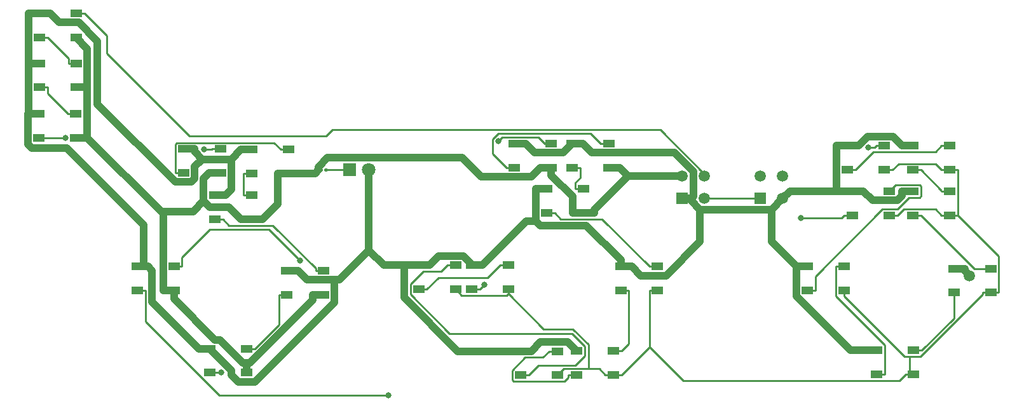
<source format=gbr>
%TF.GenerationSoftware,KiCad,Pcbnew,(5.1.6)-1*%
%TF.CreationDate,2020-11-25T09:57:01+11:00*%
%TF.ProjectId,ELEC Panel Panel PCB V1,454c4543-2050-4616-9e65-6c2050616e65,rev?*%
%TF.SameCoordinates,Original*%
%TF.FileFunction,Copper,L1,Top*%
%TF.FilePolarity,Positive*%
%FSLAX46Y46*%
G04 Gerber Fmt 4.6, Leading zero omitted, Abs format (unit mm)*
G04 Created by KiCad (PCBNEW (5.1.6)-1) date 2020-11-25 09:57:01*
%MOMM*%
%LPD*%
G01*
G04 APERTURE LIST*
%TA.AperFunction,ComponentPad*%
%ADD10C,1.520000*%
%TD*%
%TA.AperFunction,ComponentPad*%
%ADD11R,1.520000X1.520000*%
%TD*%
%TA.AperFunction,SMDPad,CuDef*%
%ADD12R,1.500000X1.000000*%
%TD*%
%TA.AperFunction,ComponentPad*%
%ADD13C,1.800000*%
%TD*%
%TA.AperFunction,ComponentPad*%
%ADD14R,1.800000X1.800000*%
%TD*%
%TA.AperFunction,ViaPad*%
%ADD15C,1.500000*%
%TD*%
%TA.AperFunction,ViaPad*%
%ADD16C,0.800000*%
%TD*%
%TA.AperFunction,Conductor*%
%ADD17C,1.000000*%
%TD*%
%TA.AperFunction,Conductor*%
%ADD18C,0.400600*%
%TD*%
%TA.AperFunction,Conductor*%
%ADD19C,0.250000*%
%TD*%
G04 APERTURE END LIST*
%TO.P,R1,2*%
%TO.N,/LEDGND*%
%TA.AperFunction,SMDPad,CuDef*%
G36*
G01*
X70125800Y-120194000D02*
X70125800Y-120394000D01*
G75*
G02*
X70025800Y-120494000I-100000J0D01*
G01*
X69765800Y-120494000D01*
G75*
G02*
X69665800Y-120394000I0J100000D01*
G01*
X69665800Y-120194000D01*
G75*
G02*
X69765800Y-120094000I100000J0D01*
G01*
X70025800Y-120094000D01*
G75*
G02*
X70125800Y-120194000I0J-100000D01*
G01*
G37*
%TD.AperFunction*%
%TO.P,R1,1*%
%TO.N,Net-(D1-Pad1)*%
%TA.AperFunction,SMDPad,CuDef*%
G36*
G01*
X70765800Y-120194000D02*
X70765800Y-120394000D01*
G75*
G02*
X70665800Y-120494000I-100000J0D01*
G01*
X70405800Y-120494000D01*
G75*
G02*
X70305800Y-120394000I0J100000D01*
G01*
X70305800Y-120194000D01*
G75*
G02*
X70405800Y-120094000I100000J0D01*
G01*
X70665800Y-120094000D01*
G75*
G02*
X70765800Y-120194000I0J-100000D01*
G01*
G37*
%TD.AperFunction*%
%TD*%
D10*
%TO.P,J2,4*%
%TO.N,/LEDGND*%
X131368999Y-121107001D03*
%TO.P,J2,3*%
%TO.N,/DATAOUT*%
X128369000Y-121107001D03*
%TO.P,J2,2*%
%TO.N,/LED+5V*%
X131368999Y-124107000D03*
D11*
%TO.P,J2,1*%
%TO.N,/DATALOOP*%
X128369000Y-124107000D03*
%TD*%
D10*
%TO.P,J1,4*%
%TO.N,/DATAIN*%
X120954999Y-121107001D03*
%TO.P,J1,3*%
%TO.N,/LEDGND*%
X117955000Y-121107001D03*
%TO.P,J1,2*%
%TO.N,/DATALOOP*%
X120954999Y-124107000D03*
D11*
%TO.P,J1,1*%
%TO.N,/LED+5V*%
X117955000Y-124107000D03*
%TD*%
D12*
%TO.P,D25,1*%
%TO.N,/LED+5V*%
X140667000Y-123165000D03*
%TO.P,D25,2*%
%TO.N,/DATAOUT*%
X140667000Y-126365000D03*
%TO.P,D25,4*%
%TO.N,Net-(D24-Pad2)*%
X145567000Y-123165000D03*
%TO.P,D25,3*%
%TO.N,Net-(D14-Pad3)*%
X145567000Y-126365000D03*
%TD*%
%TO.P,D24,1*%
%TO.N,/LED+5V*%
X134622000Y-133147000D03*
%TO.P,D24,2*%
%TO.N,Net-(D24-Pad2)*%
X134622000Y-136347000D03*
%TO.P,D24,4*%
%TO.N,Net-(D23-Pad2)*%
X139522000Y-133147000D03*
%TO.P,D24,3*%
%TO.N,Net-(D14-Pad3)*%
X139522000Y-136347000D03*
%TD*%
%TO.P,D23,1*%
%TO.N,/LED+5V*%
X143905000Y-144348000D03*
%TO.P,D23,2*%
%TO.N,Net-(D23-Pad2)*%
X143905000Y-147548000D03*
%TO.P,D23,4*%
%TO.N,Net-(D22-Pad2)*%
X148805000Y-144348000D03*
%TO.P,D23,3*%
%TO.N,Net-(D14-Pad3)*%
X148805000Y-147548000D03*
%TD*%
%TO.P,D22,1*%
%TO.N,/LED+5V*%
X154180000Y-133452000D03*
%TO.P,D22,2*%
%TO.N,Net-(D22-Pad2)*%
X154180000Y-136652000D03*
%TO.P,D22,4*%
%TO.N,Net-(D21-Pad2)*%
X159080000Y-133452000D03*
%TO.P,D22,3*%
%TO.N,Net-(D14-Pad3)*%
X159080000Y-136652000D03*
%TD*%
%TO.P,D21,1*%
%TO.N,/LED+5V*%
X148717000Y-123139000D03*
%TO.P,D21,2*%
%TO.N,Net-(D21-Pad2)*%
X148717000Y-126339000D03*
%TO.P,D21,4*%
%TO.N,Net-(D20-Pad2)*%
X153617000Y-123139000D03*
%TO.P,D21,3*%
%TO.N,Net-(D14-Pad3)*%
X153617000Y-126339000D03*
%TD*%
%TO.P,D20,1*%
%TO.N,/LED+5V*%
X148705000Y-117094000D03*
%TO.P,D20,2*%
%TO.N,Net-(D20-Pad2)*%
X148705000Y-120294000D03*
%TO.P,D20,4*%
%TO.N,Net-(D19-Pad2)*%
X153605000Y-117094000D03*
%TO.P,D20,3*%
%TO.N,Net-(D14-Pad3)*%
X153605000Y-120294000D03*
%TD*%
%TO.P,D19,1*%
%TO.N,/LED+5V*%
X140005000Y-117094000D03*
%TO.P,D19,2*%
%TO.N,Net-(D19-Pad2)*%
X140005000Y-120294000D03*
%TO.P,D19,4*%
%TO.N,Net-(D18-Pad2)*%
X144905000Y-117094000D03*
%TO.P,D19,3*%
%TO.N,Net-(D14-Pad3)*%
X144905000Y-120294000D03*
%TD*%
%TO.P,D18,1*%
%TO.N,/LED+5V*%
X89918200Y-132969000D03*
%TO.P,D18,2*%
%TO.N,Net-(D18-Pad2)*%
X89918200Y-136169000D03*
%TO.P,D18,4*%
%TO.N,Net-(D17-Pad2)*%
X94818200Y-132969000D03*
%TO.P,D18,3*%
%TO.N,Net-(D14-Pad3)*%
X94818200Y-136169000D03*
%TD*%
%TO.P,D17,1*%
%TO.N,/LED+5V*%
X82880200Y-132994000D03*
%TO.P,D17,2*%
%TO.N,Net-(D17-Pad2)*%
X82880200Y-136194000D03*
%TO.P,D17,4*%
%TO.N,Net-(D16-Pad2)*%
X87780200Y-132994000D03*
%TO.P,D17,3*%
%TO.N,Net-(D14-Pad3)*%
X87780200Y-136194000D03*
%TD*%
%TO.P,D16,1*%
%TO.N,/LED+5V*%
X96443800Y-144450000D03*
%TO.P,D16,2*%
%TO.N,Net-(D16-Pad2)*%
X96443800Y-147650000D03*
%TO.P,D16,4*%
%TO.N,Net-(D15-Pad2)*%
X101343800Y-144450000D03*
%TO.P,D16,3*%
%TO.N,Net-(D14-Pad3)*%
X101343800Y-147650000D03*
%TD*%
%TO.P,D15,1*%
%TO.N,/LED+5V*%
X103914000Y-144424000D03*
%TO.P,D15,2*%
%TO.N,Net-(D15-Pad2)*%
X103914000Y-147624000D03*
%TO.P,D15,4*%
%TO.N,Net-(D14-Pad2)*%
X108814000Y-144424000D03*
%TO.P,D15,3*%
%TO.N,Net-(D14-Pad3)*%
X108814000Y-147624000D03*
%TD*%
%TO.P,D14,1*%
%TO.N,/LED+5V*%
X109793000Y-133172000D03*
%TO.P,D14,2*%
%TO.N,Net-(D14-Pad2)*%
X109793000Y-136372000D03*
%TO.P,D14,4*%
%TO.N,/DATAOUT1*%
X114693000Y-133172000D03*
%TO.P,D14,3*%
%TO.N,Net-(D14-Pad3)*%
X114693000Y-136372000D03*
%TD*%
%TO.P,D13,1*%
%TO.N,/LED+5V*%
X99926000Y-122809000D03*
%TO.P,D13,2*%
%TO.N,/DATAOUT1*%
X99926000Y-126009000D03*
%TO.P,D13,4*%
%TO.N,Net-(D12-Pad2)*%
X104826000Y-122809000D03*
%TO.P,D13,3*%
%TO.N,/LEDGND*%
X104826000Y-126009000D03*
%TD*%
%TO.P,D12,1*%
%TO.N,/LED+5V*%
X103304000Y-116789000D03*
%TO.P,D12,2*%
%TO.N,Net-(D12-Pad2)*%
X103304000Y-119989000D03*
%TO.P,D12,4*%
%TO.N,Net-(D11-Pad2)*%
X108204000Y-116789000D03*
%TO.P,D12,3*%
%TO.N,/LEDGND*%
X108204000Y-119989000D03*
%TD*%
%TO.P,D11,1*%
%TO.N,/LED+5V*%
X95644800Y-116789000D03*
%TO.P,D11,2*%
%TO.N,Net-(D11-Pad2)*%
X95644800Y-119989000D03*
%TO.P,D11,4*%
%TO.N,Net-(D10-Pad2)*%
X100544800Y-116789000D03*
%TO.P,D11,3*%
%TO.N,/LEDGND*%
X100544800Y-119989000D03*
%TD*%
%TO.P,D10,1*%
%TO.N,/LED+5V*%
X45392000Y-133172000D03*
%TO.P,D10,2*%
%TO.N,Net-(D10-Pad2)*%
X45392000Y-136372000D03*
%TO.P,D10,4*%
%TO.N,Net-(D10-Pad4)*%
X50292000Y-133172000D03*
%TO.P,D10,3*%
%TO.N,/LEDGND*%
X50292000Y-136372000D03*
%TD*%
%TO.P,D9,1*%
%TO.N,/LED+5V*%
X55069400Y-144120000D03*
%TO.P,D9,2*%
%TO.N,Net-(D10-Pad4)*%
X55069400Y-147320000D03*
%TO.P,D9,4*%
%TO.N,Net-(D8-Pad2)*%
X59969400Y-144120000D03*
%TO.P,D9,3*%
%TO.N,/LEDGND*%
X59969400Y-147320000D03*
%TD*%
%TO.P,D8,1*%
%TO.N,/LED+5V*%
X65331000Y-133731000D03*
%TO.P,D8,2*%
%TO.N,Net-(D8-Pad2)*%
X65331000Y-136931000D03*
%TO.P,D8,4*%
%TO.N,Net-(D7-Pad2)*%
X70231000Y-133731000D03*
%TO.P,D8,3*%
%TO.N,/LEDGND*%
X70231000Y-136931000D03*
%TD*%
%TO.P,D7,1*%
%TO.N,/LED+5V*%
X55716000Y-123698000D03*
%TO.P,D7,2*%
%TO.N,Net-(D7-Pad2)*%
X55716000Y-126898000D03*
%TO.P,D7,4*%
%TO.N,Net-(D6-Pad2)*%
X60616000Y-123698000D03*
%TO.P,D7,3*%
%TO.N,/LEDGND*%
X60616000Y-126898000D03*
%TD*%
%TO.P,D6,1*%
%TO.N,/LED+5V*%
X60680600Y-117551000D03*
%TO.P,D6,2*%
%TO.N,Net-(D6-Pad2)*%
X60680600Y-120751000D03*
%TO.P,D6,4*%
%TO.N,Net-(D5-Pad2)*%
X65580600Y-117551000D03*
%TO.P,D6,3*%
%TO.N,/LEDGND*%
X65580600Y-120751000D03*
%TD*%
%TO.P,D5,1*%
%TO.N,/LED+5V*%
X51550400Y-117501000D03*
%TO.P,D5,2*%
%TO.N,Net-(D5-Pad2)*%
X51550400Y-120701000D03*
%TO.P,D5,4*%
%TO.N,Net-(D4-Pad2)*%
X56450400Y-117501000D03*
%TO.P,D5,3*%
%TO.N,/LEDGND*%
X56450400Y-120701000D03*
%TD*%
%TO.P,D4,1*%
%TO.N,/LED+5V*%
X32311000Y-112802000D03*
%TO.P,D4,2*%
%TO.N,Net-(D4-Pad2)*%
X32311000Y-116002000D03*
%TO.P,D4,4*%
%TO.N,Net-(D3-Pad2)*%
X37211000Y-112802000D03*
%TO.P,D4,3*%
%TO.N,/LEDGND*%
X37211000Y-116002000D03*
%TD*%
%TO.P,D3,1*%
%TO.N,/LED+5V*%
X32398800Y-106096000D03*
%TO.P,D3,2*%
%TO.N,Net-(D3-Pad2)*%
X32398800Y-109296000D03*
%TO.P,D3,4*%
%TO.N,Net-(D2-Pad2)*%
X37298800Y-106096000D03*
%TO.P,D3,3*%
%TO.N,/LEDGND*%
X37298800Y-109296000D03*
%TD*%
%TO.P,D2,1*%
%TO.N,/LED+5V*%
X32373400Y-99467000D03*
%TO.P,D2,2*%
%TO.N,Net-(D2-Pad2)*%
X32373400Y-102667000D03*
%TO.P,D2,4*%
%TO.N,/DATAIN*%
X37273400Y-99467000D03*
%TO.P,D2,3*%
%TO.N,/LEDGND*%
X37273400Y-102667000D03*
%TD*%
D13*
%TO.P,D1,2*%
%TO.N,/LED+5V*%
X76225400Y-120294000D03*
D14*
%TO.P,D1,1*%
%TO.N,Net-(D1-Pad1)*%
X73685400Y-120294000D03*
%TD*%
D15*
%TO.N,/LED+5V*%
X156233600Y-134369900D03*
D16*
%TO.N,Net-(D4-Pad2)*%
X54276000Y-117566800D03*
X35845400Y-116002000D03*
%TO.N,Net-(D10-Pad4)*%
X67064900Y-132371000D03*
X56593400Y-147320000D03*
%TO.N,Net-(D10-Pad2)*%
X93469800Y-116482300D03*
X78862900Y-150326600D03*
%TO.N,Net-(D18-Pad2)*%
X142785000Y-117332100D03*
X91627800Y-135557500D03*
%TO.N,/DATAOUT*%
X133761100Y-126706800D03*
%TD*%
D17*
%TO.N,/LEDGND*%
X59969400Y-146020600D02*
X59496600Y-146020600D01*
X59496600Y-146020600D02*
X56395600Y-142919600D01*
X56395600Y-142919600D02*
X55754600Y-142919600D01*
X55754600Y-142919600D02*
X50292000Y-137457000D01*
X50292000Y-137457000D02*
X50292000Y-136372000D01*
X68780700Y-136931000D02*
X68780700Y-137615400D01*
X68780700Y-137615400D02*
X60375500Y-146020600D01*
X60375500Y-146020600D02*
X59969400Y-146020600D01*
X59969400Y-146020600D02*
X59969400Y-147320000D01*
X70231000Y-136931000D02*
X68780700Y-136931000D01*
X38749100Y-116002000D02*
X48580400Y-125833300D01*
X48580400Y-125833300D02*
X48841700Y-125833300D01*
X48841700Y-125833300D02*
X52850100Y-125833300D01*
X52850100Y-125833300D02*
X54222200Y-124461200D01*
X48841700Y-125833300D02*
X48841700Y-136372000D01*
X50292000Y-136372000D02*
X48841700Y-136372000D01*
X37273400Y-102667000D02*
X38749100Y-104142700D01*
X38749100Y-104142700D02*
X38749100Y-109296000D01*
X38749100Y-116002000D02*
X38661300Y-116002000D01*
X38749100Y-116002000D02*
X38749100Y-109296000D01*
X37298800Y-109296000D02*
X38749100Y-109296000D01*
X104826000Y-126009000D02*
X106276300Y-126009000D01*
X110772300Y-121107000D02*
X109654300Y-119989000D01*
X117955000Y-121107000D02*
X110772300Y-121107000D01*
X110772300Y-121107000D02*
X106276300Y-125603000D01*
X106276300Y-125603000D02*
X106276300Y-126009000D01*
X104826000Y-126009000D02*
X103375700Y-126009000D01*
X103375700Y-126009000D02*
X103375700Y-123833500D01*
X103375700Y-123833500D02*
X100544800Y-121002600D01*
X100544800Y-121002600D02*
X100544800Y-119989000D01*
X108204000Y-119989000D02*
X109654300Y-119989000D01*
X69534800Y-120294000D02*
X69534800Y-119895800D01*
X69534800Y-119895800D02*
X70757600Y-118673000D01*
X70757600Y-118673000D02*
X88684600Y-118673000D01*
X88684600Y-118673000D02*
X91200900Y-121189300D01*
X91200900Y-121189300D02*
X97894200Y-121189300D01*
X97894200Y-121189300D02*
X99094500Y-119989000D01*
X65580600Y-120751000D02*
X69077800Y-120751000D01*
X69077800Y-120751000D02*
X69534800Y-120294000D01*
X100544800Y-119989000D02*
X99094500Y-119989000D01*
D18*
X69534800Y-120294000D02*
X69895800Y-120294000D01*
D17*
X54222200Y-124461200D02*
X54222200Y-121478900D01*
X54222200Y-121478900D02*
X55000100Y-120701000D01*
X59165700Y-126898000D02*
X57564400Y-125296700D01*
X57564400Y-125296700D02*
X55057700Y-125296700D01*
X55057700Y-125296700D02*
X54222200Y-124461200D01*
X37211000Y-116002000D02*
X38661300Y-116002000D01*
X56450400Y-120701000D02*
X55000100Y-120701000D01*
X60616000Y-126898000D02*
X62066300Y-126898000D01*
X65580600Y-120751000D02*
X64130300Y-120751000D01*
X64130300Y-120751000D02*
X64130300Y-124834000D01*
X64130300Y-124834000D02*
X62066300Y-126898000D01*
X60616000Y-126898000D02*
X59165700Y-126898000D01*
%TO.N,/LED+5V*%
X109793000Y-133172000D02*
X111243300Y-133172000D01*
X111243300Y-133172000D02*
X112443600Y-134372300D01*
X112443600Y-134372300D02*
X115815200Y-134372300D01*
X115815200Y-134372300D02*
X120353200Y-129834300D01*
X120353200Y-129834300D02*
X120353200Y-125570600D01*
X109793000Y-133172000D02*
X109793000Y-132307400D01*
X109793000Y-132307400D02*
X105189800Y-127704200D01*
X105189800Y-127704200D02*
X99045400Y-127704200D01*
X99045400Y-127704200D02*
X98475700Y-127134500D01*
X120353200Y-125570600D02*
X129905400Y-125570600D01*
X119146900Y-124107000D02*
X119146900Y-124364300D01*
X119146900Y-124364300D02*
X120353200Y-125570600D01*
X129905400Y-125570600D02*
X131369000Y-124107000D01*
X133171700Y-133147000D02*
X129905400Y-129880700D01*
X129905400Y-129880700D02*
X129905400Y-125570600D01*
X104754300Y-116789000D02*
X105954600Y-117989300D01*
X105954600Y-117989300D02*
X116907900Y-117989300D01*
X116907900Y-117989300D02*
X119455000Y-120536400D01*
X119455000Y-120536400D02*
X119455000Y-123798900D01*
X119455000Y-123798900D02*
X119146900Y-124107000D01*
X97894100Y-144450000D02*
X99094400Y-143249700D01*
X99094400Y-143249700D02*
X102739700Y-143249700D01*
X102739700Y-143249700D02*
X103914000Y-144424000D01*
X55069400Y-144120000D02*
X57960000Y-147010600D01*
X57960000Y-147010600D02*
X57960000Y-147614400D01*
X57960000Y-147614400D02*
X58866000Y-148520400D01*
X58866000Y-148520400D02*
X61100000Y-148520400D01*
X61100000Y-148520400D02*
X71681400Y-137939000D01*
X71681400Y-137939000D02*
X71681400Y-134931300D01*
X55069400Y-144120000D02*
X54764100Y-144120000D01*
X71681400Y-134931300D02*
X67981600Y-134931300D01*
X67981600Y-134931300D02*
X66781300Y-133731000D01*
X76225400Y-130997300D02*
X72291400Y-134931300D01*
X72291400Y-134931300D02*
X71681400Y-134931300D01*
X76225400Y-130997300D02*
X76225400Y-120294000D01*
X80978500Y-132994000D02*
X78222100Y-132994000D01*
X78222100Y-132994000D02*
X76225400Y-130997300D01*
X65331000Y-133731000D02*
X66781300Y-133731000D01*
X156233600Y-134369900D02*
X155630300Y-133766600D01*
X155630300Y-133766600D02*
X155630300Y-133452000D01*
X154180000Y-133452000D02*
X155630300Y-133452000D01*
X142117300Y-123165000D02*
X143317700Y-124365400D01*
X143317700Y-124365400D02*
X146640400Y-124365400D01*
X146640400Y-124365400D02*
X147266700Y-123739100D01*
X147266700Y-123739100D02*
X147266700Y-123139000D01*
X143905000Y-144348000D02*
X140373900Y-144348000D01*
X140373900Y-144348000D02*
X133171700Y-137145800D01*
X133171700Y-137145800D02*
X133171700Y-133147000D01*
X96443800Y-144450000D02*
X97894100Y-144450000D01*
X80978500Y-132994000D02*
X80978500Y-137328800D01*
X80978500Y-137328800D02*
X88099700Y-144450000D01*
X88099700Y-144450000D02*
X96443800Y-144450000D01*
X147254700Y-117094000D02*
X146054400Y-115893700D01*
X146054400Y-115893700D02*
X142655600Y-115893700D01*
X142655600Y-115893700D02*
X141455300Y-117094000D01*
X98475700Y-127134500D02*
X97203000Y-127134500D01*
X97203000Y-127134500D02*
X91368500Y-132969000D01*
X98475700Y-127134500D02*
X98475700Y-122809000D01*
X89918200Y-132969000D02*
X91368500Y-132969000D01*
X82880200Y-132994000D02*
X84330500Y-132994000D01*
X84330500Y-132994000D02*
X85530800Y-131793700D01*
X85530800Y-131793700D02*
X88864800Y-131793700D01*
X88864800Y-131793700D02*
X89918200Y-132847100D01*
X89918200Y-132847100D02*
X89918200Y-132969000D01*
X80978500Y-132994000D02*
X82880200Y-132994000D01*
X99926000Y-122809000D02*
X98475700Y-122809000D01*
X54764100Y-144120000D02*
X54458700Y-144120000D01*
X95644800Y-116789000D02*
X97095100Y-116789000D01*
X97095100Y-116789000D02*
X98295400Y-117989300D01*
X98295400Y-117989300D02*
X102103700Y-117989300D01*
X102103700Y-117989300D02*
X103304000Y-116789000D01*
X103304000Y-116789000D02*
X104754300Y-116789000D01*
X118878500Y-124107000D02*
X119146900Y-124107000D01*
X54029000Y-118875800D02*
X57940800Y-118875800D01*
X53000700Y-117501000D02*
X53000700Y-117847500D01*
X53000700Y-117847500D02*
X54029000Y-118875800D01*
X54029000Y-118875800D02*
X53021800Y-119883000D01*
X53021800Y-119883000D02*
X53021800Y-121484000D01*
X53021800Y-121484000D02*
X52601800Y-121904000D01*
X52601800Y-121904000D02*
X50465500Y-121904000D01*
X50465500Y-121904000D02*
X40101100Y-111539600D01*
X40101100Y-111539600D02*
X40101100Y-103187400D01*
X40101100Y-103187400D02*
X37581000Y-100667300D01*
X37581000Y-100667300D02*
X35024000Y-100667300D01*
X35024000Y-100667300D02*
X33823700Y-99467000D01*
X32373400Y-99467000D02*
X33823700Y-99467000D01*
X117955000Y-124107000D02*
X118685200Y-124107000D01*
X118685200Y-124107000D02*
X118878500Y-124107000D01*
X46282800Y-133172000D02*
X46282800Y-127615200D01*
X46282800Y-127615200D02*
X36026100Y-117358500D01*
X36026100Y-117358500D02*
X31370200Y-117358500D01*
X31370200Y-117358500D02*
X30860700Y-116849000D01*
X30860700Y-116849000D02*
X30860700Y-112802000D01*
X54344300Y-144120000D02*
X54458700Y-144120000D01*
X54344300Y-144120000D02*
X53619100Y-144120000D01*
X59230300Y-117551000D02*
X59230300Y-117586300D01*
X59230300Y-117586300D02*
X57940800Y-118875800D01*
X57940800Y-118875800D02*
X57940800Y-122923500D01*
X57940800Y-122923500D02*
X57166300Y-123698000D01*
X60680600Y-117551000D02*
X59230300Y-117551000D01*
X51550400Y-117501000D02*
X53000700Y-117501000D01*
X138554700Y-123112800D02*
X139164500Y-123112800D01*
X139164500Y-123112800D02*
X139216700Y-123165000D01*
X131369000Y-124107000D02*
X132363200Y-123112800D01*
X132363200Y-123112800D02*
X138554700Y-123112800D01*
X138554700Y-123112800D02*
X138554700Y-117094000D01*
X140005000Y-117094000D02*
X138554700Y-117094000D01*
X55716000Y-123698000D02*
X57166300Y-123698000D01*
X148705000Y-117094000D02*
X147254700Y-117094000D01*
X140005000Y-117094000D02*
X141455300Y-117094000D01*
X134622000Y-133147000D02*
X133171700Y-133147000D01*
X30935800Y-106096000D02*
X30935800Y-112802000D01*
X30923100Y-99467000D02*
X30923100Y-106083300D01*
X30923100Y-106083300D02*
X30935800Y-106096000D01*
X30935800Y-106096000D02*
X30948500Y-106096000D01*
X30935800Y-112802000D02*
X30860700Y-112802000D01*
X32311000Y-112802000D02*
X30935800Y-112802000D01*
X46282800Y-133172000D02*
X46842300Y-133172000D01*
X45531500Y-133172000D02*
X46282800Y-133172000D01*
X140667000Y-123165000D02*
X139216700Y-123165000D01*
X32373400Y-99467000D02*
X30923100Y-99467000D01*
X32398800Y-106096000D02*
X30948500Y-106096000D01*
X45392000Y-133172000D02*
X45531500Y-133172000D01*
X53619100Y-144120000D02*
X47380000Y-137880900D01*
X47380000Y-137880900D02*
X47380000Y-133709700D01*
X47380000Y-133709700D02*
X46842300Y-133172000D01*
X140667000Y-123165000D02*
X142117300Y-123165000D01*
X148717000Y-123139000D02*
X147266700Y-123139000D01*
D19*
%TO.N,Net-(D1-Pad1)*%
X73685400Y-120294000D02*
X70535800Y-120294000D01*
%TO.N,Net-(D2-Pad2)*%
X37298800Y-106096000D02*
X36223500Y-106096000D01*
X32373400Y-102667000D02*
X33448700Y-102667000D01*
X33448700Y-102667000D02*
X36223500Y-105441800D01*
X36223500Y-105441800D02*
X36223500Y-106096000D01*
%TO.N,/DATAIN*%
X37273400Y-99467000D02*
X38348700Y-99467000D01*
X38348700Y-99467000D02*
X41326100Y-102444400D01*
X41326100Y-102444400D02*
X41326100Y-104741900D01*
X41326100Y-104741900D02*
X52366200Y-115782000D01*
X52366200Y-115782000D02*
X70533500Y-115782000D01*
X70533500Y-115782000D02*
X71359500Y-114956000D01*
X71359500Y-114956000D02*
X115074300Y-114956000D01*
X115074300Y-114956000D02*
X120955000Y-120836700D01*
X120955000Y-120836700D02*
X120955000Y-121107000D01*
%TO.N,Net-(D3-Pad2)*%
X32398800Y-109296000D02*
X33474100Y-109296000D01*
X37211000Y-112802000D02*
X36135700Y-112802000D01*
X33474100Y-109296000D02*
X33474100Y-110140400D01*
X33474100Y-110140400D02*
X36135700Y-112802000D01*
%TO.N,Net-(D4-Pad2)*%
X32311000Y-116002000D02*
X35845400Y-116002000D01*
X56450400Y-117501000D02*
X55375100Y-117501000D01*
X54276000Y-117566800D02*
X55309300Y-117566800D01*
X55309300Y-117566800D02*
X55375100Y-117501000D01*
%TO.N,Net-(D5-Pad2)*%
X65580600Y-117551000D02*
X64505300Y-117551000D01*
X51550400Y-120701000D02*
X50475100Y-120701000D01*
X50475100Y-120701000D02*
X50475100Y-116859900D01*
X50475100Y-116859900D02*
X50659400Y-116675600D01*
X50659400Y-116675600D02*
X63629900Y-116675600D01*
X63629900Y-116675600D02*
X64505300Y-117551000D01*
%TO.N,Net-(D6-Pad2)*%
X60616000Y-123698000D02*
X59540700Y-123698000D01*
X60680600Y-120751000D02*
X59605300Y-120751000D01*
X59605300Y-120751000D02*
X59540700Y-120815600D01*
X59540700Y-120815600D02*
X59540700Y-123698000D01*
%TO.N,Net-(D7-Pad2)*%
X69155700Y-133731000D02*
X69155700Y-133436000D01*
X69155700Y-133436000D02*
X63443000Y-127723300D01*
X63443000Y-127723300D02*
X57616600Y-127723300D01*
X57616600Y-127723300D02*
X56791300Y-126898000D01*
X70231000Y-133731000D02*
X69155700Y-133731000D01*
X55716000Y-126898000D02*
X56791300Y-126898000D01*
%TO.N,Net-(D8-Pad2)*%
X59969400Y-144120000D02*
X61044700Y-144120000D01*
X65331000Y-136931000D02*
X64255700Y-136931000D01*
X64255700Y-136931000D02*
X64255700Y-140909000D01*
X64255700Y-140909000D02*
X61044700Y-144120000D01*
%TO.N,Net-(D10-Pad4)*%
X55069400Y-147320000D02*
X56593400Y-147320000D01*
X67064900Y-132371000D02*
X62951400Y-128257500D01*
X62951400Y-128257500D02*
X55047400Y-128257500D01*
X55047400Y-128257500D02*
X51367300Y-131937600D01*
X51367300Y-131937600D02*
X51367300Y-133172000D01*
X50292000Y-133172000D02*
X51367300Y-133172000D01*
%TO.N,Net-(D10-Pad2)*%
X93469800Y-116482300D02*
X94002100Y-115950000D01*
X94002100Y-115950000D02*
X98862400Y-115950000D01*
X98862400Y-115950000D02*
X99701400Y-116789000D01*
X46467300Y-136372000D02*
X46467300Y-140497300D01*
X46467300Y-140497300D02*
X56296600Y-150326600D01*
X56296600Y-150326600D02*
X78862900Y-150326600D01*
X45392000Y-136372000D02*
X46467300Y-136372000D01*
X100544800Y-116789000D02*
X99701400Y-116789000D01*
%TO.N,Net-(D11-Pad2)*%
X94569500Y-119989000D02*
X92739200Y-118158700D01*
X92739200Y-118158700D02*
X92739200Y-116187000D01*
X92739200Y-116187000D02*
X93507500Y-115418700D01*
X93507500Y-115418700D02*
X105758400Y-115418700D01*
X105758400Y-115418700D02*
X107128700Y-116789000D01*
X108204000Y-116789000D02*
X107128700Y-116789000D01*
X95644800Y-119989000D02*
X94569500Y-119989000D01*
%TO.N,Net-(D12-Pad2)*%
X104826000Y-122809000D02*
X103750700Y-122809000D01*
X103304000Y-119989000D02*
X104379300Y-119989000D01*
X104379300Y-119989000D02*
X104379300Y-121355100D01*
X104379300Y-121355100D02*
X103750700Y-121983700D01*
X103750700Y-121983700D02*
X103750700Y-122809000D01*
%TO.N,/DATAOUT1*%
X114693000Y-133172000D02*
X113617700Y-133172000D01*
X99926000Y-126009000D02*
X101001300Y-126009000D01*
X101001300Y-126009000D02*
X101826600Y-126834300D01*
X101826600Y-126834300D02*
X107280000Y-126834300D01*
X107280000Y-126834300D02*
X113617700Y-133172000D01*
%TO.N,Net-(D14-Pad2)*%
X109793000Y-136372000D02*
X110868300Y-136372000D01*
X108814000Y-144424000D02*
X109889300Y-144424000D01*
X110868300Y-136372000D02*
X110868300Y-143445000D01*
X110868300Y-143445000D02*
X109889300Y-144424000D01*
%TO.N,Net-(D15-Pad2)*%
X103914000Y-147624000D02*
X102838700Y-147624000D01*
X101343800Y-144450000D02*
X100268500Y-144450000D01*
X102838700Y-147624000D02*
X102838700Y-147933500D01*
X102838700Y-147933500D02*
X102296800Y-148475400D01*
X102296800Y-148475400D02*
X95546600Y-148475400D01*
X95546600Y-148475400D02*
X95368400Y-148297200D01*
X95368400Y-148297200D02*
X95368400Y-146989400D01*
X95368400Y-146989400D02*
X97082500Y-145275300D01*
X97082500Y-145275300D02*
X99443200Y-145275300D01*
X99443200Y-145275300D02*
X100268500Y-144450000D01*
%TO.N,Net-(D16-Pad2)*%
X86704900Y-132994000D02*
X85879600Y-133819300D01*
X85879600Y-133819300D02*
X83518900Y-133819300D01*
X83518900Y-133819300D02*
X81804800Y-135533400D01*
X81804800Y-135533400D02*
X81804800Y-136900700D01*
X81804800Y-136900700D02*
X87004500Y-142100400D01*
X87004500Y-142100400D02*
X103309600Y-142100400D01*
X103309600Y-142100400D02*
X104989400Y-143780200D01*
X104989400Y-143780200D02*
X104989400Y-145086200D01*
X104989400Y-145086200D02*
X103727300Y-146348300D01*
X103727300Y-146348300D02*
X98820800Y-146348300D01*
X98820800Y-146348300D02*
X97519100Y-147650000D01*
X87780200Y-132994000D02*
X86704900Y-132994000D01*
X96443800Y-147650000D02*
X97519100Y-147650000D01*
%TO.N,Net-(D17-Pad2)*%
X94818200Y-132969000D02*
X93742900Y-132969000D01*
X82880200Y-136194000D02*
X83955500Y-136194000D01*
X83955500Y-136194000D02*
X85513200Y-134636300D01*
X85513200Y-134636300D02*
X92075600Y-134636300D01*
X92075600Y-134636300D02*
X93742900Y-132969000D01*
%TO.N,Net-(D18-Pad2)*%
X89918200Y-136169000D02*
X90993500Y-136169000D01*
X144905000Y-117094000D02*
X143829700Y-117094000D01*
X142785000Y-117332100D02*
X143591600Y-117332100D01*
X143591600Y-117332100D02*
X143829700Y-117094000D01*
X90993500Y-136169000D02*
X91605000Y-135557500D01*
X91605000Y-135557500D02*
X91627800Y-135557500D01*
%TO.N,Net-(D19-Pad2)*%
X153605000Y-117094000D02*
X152529700Y-117094000D01*
X140005000Y-120294000D02*
X141080300Y-120294000D01*
X141080300Y-120294000D02*
X143455000Y-117919300D01*
X143455000Y-117919300D02*
X151704400Y-117919300D01*
X151704400Y-117919300D02*
X152529700Y-117094000D01*
%TO.N,Net-(D20-Pad2)*%
X153617000Y-123139000D02*
X152541700Y-123139000D01*
X148705000Y-120294000D02*
X149780300Y-120294000D01*
X149780300Y-120294000D02*
X152541700Y-123055400D01*
X152541700Y-123055400D02*
X152541700Y-123139000D01*
%TO.N,Net-(D21-Pad2)*%
X148717000Y-126339000D02*
X149792300Y-126339000D01*
X149792300Y-126339000D02*
X156905300Y-133452000D01*
X156905300Y-133452000D02*
X159080000Y-133452000D01*
%TO.N,Net-(D22-Pad2)*%
X148805000Y-144348000D02*
X149880300Y-144348000D01*
X154180000Y-136652000D02*
X154180000Y-140048300D01*
X154180000Y-140048300D02*
X149880300Y-144348000D01*
%TO.N,Net-(D23-Pad2)*%
X139522000Y-133147000D02*
X138446700Y-133147000D01*
X143905000Y-147548000D02*
X144980300Y-147548000D01*
X144980300Y-147548000D02*
X144980300Y-143668800D01*
X144980300Y-143668800D02*
X138446700Y-137135200D01*
X138446700Y-137135200D02*
X138446700Y-133147000D01*
%TO.N,Net-(D24-Pad2)*%
X134622000Y-136347000D02*
X135697300Y-136347000D01*
X135697300Y-136347000D02*
X135697300Y-134508900D01*
X135697300Y-134508900D02*
X144666600Y-125539600D01*
X144666600Y-125539600D02*
X146633500Y-125539600D01*
X146633500Y-125539600D02*
X148208800Y-123964300D01*
X148208800Y-123964300D02*
X149601800Y-123964300D01*
X149601800Y-123964300D02*
X149792400Y-123773700D01*
X149792400Y-123773700D02*
X149792400Y-122496100D01*
X149792400Y-122496100D02*
X149591800Y-122295500D01*
X149591800Y-122295500D02*
X146436500Y-122295500D01*
X146436500Y-122295500D02*
X145567000Y-123165000D01*
%TO.N,/DATAOUT*%
X140667000Y-126365000D02*
X139591700Y-126365000D01*
X139591700Y-126365000D02*
X139249900Y-126706800D01*
X139249900Y-126706800D02*
X133761100Y-126706800D01*
%TO.N,/DATALOOP*%
X120955000Y-124107000D02*
X128369000Y-124107000D01*
%TO.N,Net-(D14-Pad3)*%
X94818200Y-136816300D02*
X94818200Y-136169000D01*
X105487800Y-146798700D02*
X105487800Y-143594500D01*
X105487800Y-143594500D02*
X103429900Y-141536600D01*
X103429900Y-141536600D02*
X99538500Y-141536600D01*
X99538500Y-141536600D02*
X94818200Y-136816300D01*
X87780200Y-136194000D02*
X88596900Y-137010700D01*
X88596900Y-137010700D02*
X94623800Y-137010700D01*
X94623800Y-137010700D02*
X94818200Y-136816300D01*
X105487800Y-146798700D02*
X102195100Y-146798700D01*
X102195100Y-146798700D02*
X101343800Y-147650000D01*
X107738700Y-147624000D02*
X106913400Y-146798700D01*
X106913400Y-146798700D02*
X105487800Y-146798700D01*
X108814000Y-147624000D02*
X107738700Y-147624000D01*
X109351700Y-147624000D02*
X108814000Y-147624000D01*
X109351700Y-147624000D02*
X109889300Y-147624000D01*
X145567000Y-126365000D02*
X146642300Y-126365000D01*
X148267400Y-145173400D02*
X147605700Y-145173400D01*
X147605700Y-145173400D02*
X139522000Y-137089700D01*
X139522000Y-137089700D02*
X139522000Y-136347000D01*
X158004700Y-136652000D02*
X158004700Y-136869300D01*
X158004700Y-136869300D02*
X149700600Y-145173400D01*
X149700600Y-145173400D02*
X148267400Y-145173400D01*
X148267400Y-147548000D02*
X148267400Y-145173400D01*
X159080000Y-136652000D02*
X158004700Y-136652000D01*
X148267400Y-147548000D02*
X147729700Y-147548000D01*
X148805000Y-147548000D02*
X148267400Y-147548000D01*
X154692300Y-126339000D02*
X154692300Y-120306000D01*
X154692300Y-120306000D02*
X154680300Y-120294000D01*
X153617000Y-126339000D02*
X154692300Y-126339000D01*
X160155300Y-136652000D02*
X160155300Y-131802000D01*
X160155300Y-131802000D02*
X154692300Y-126339000D01*
X153617000Y-126339000D02*
X152541700Y-126339000D01*
X152541700Y-126339000D02*
X151716400Y-125513700D01*
X151716400Y-125513700D02*
X147493600Y-125513700D01*
X147493600Y-125513700D02*
X146642300Y-126365000D01*
X153605000Y-120294000D02*
X154680300Y-120294000D01*
X113617700Y-143895600D02*
X109889300Y-147624000D01*
X113617700Y-136372000D02*
X113617700Y-143895600D01*
X113617700Y-143895600D02*
X118095400Y-148373300D01*
X118095400Y-148373300D02*
X146904400Y-148373300D01*
X146904400Y-148373300D02*
X147729700Y-147548000D01*
X114693000Y-136372000D02*
X113617700Y-136372000D01*
X159080000Y-136652000D02*
X160155300Y-136652000D01*
X153186000Y-120294000D02*
X153605000Y-120294000D01*
X153186000Y-120294000D02*
X152529700Y-120294000D01*
X144905000Y-120294000D02*
X145980300Y-120294000D01*
X145980300Y-120294000D02*
X146805600Y-119468700D01*
X146805600Y-119468700D02*
X151704400Y-119468700D01*
X151704400Y-119468700D02*
X152529700Y-120294000D01*
%TD*%
M02*

</source>
